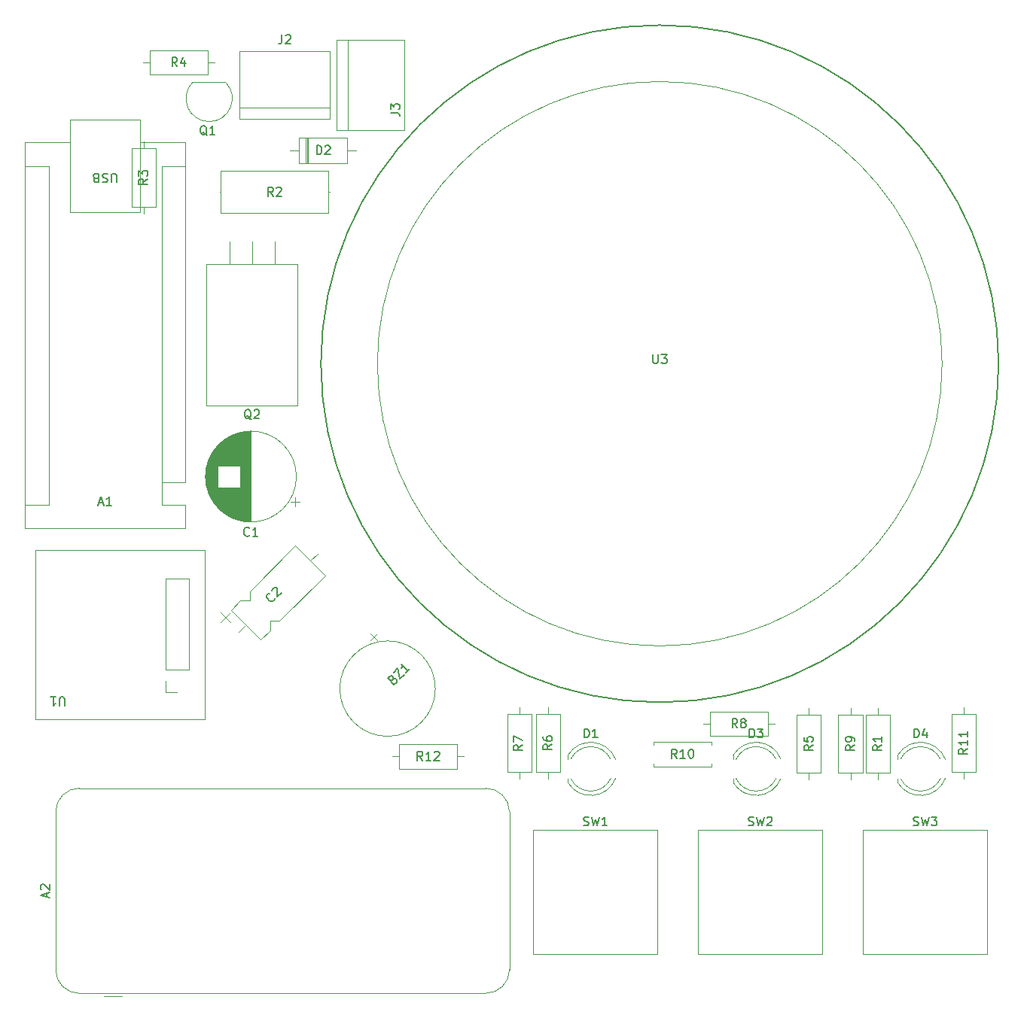
<source format=gbr>
%TF.GenerationSoftware,KiCad,Pcbnew,6.0.11+dfsg-1*%
%TF.CreationDate,2024-06-02T11:43:18-07:00*%
%TF.ProjectId,clock,636c6f63-6b2e-46b6-9963-61645f706362,rev?*%
%TF.SameCoordinates,Original*%
%TF.FileFunction,Legend,Top*%
%TF.FilePolarity,Positive*%
%FSLAX46Y46*%
G04 Gerber Fmt 4.6, Leading zero omitted, Abs format (unit mm)*
G04 Created by KiCad (PCBNEW 6.0.11+dfsg-1) date 2024-06-02 11:43:18*
%MOMM*%
%LPD*%
G01*
G04 APERTURE LIST*
%ADD10C,0.200000*%
%ADD11C,0.150000*%
%ADD12C,0.120000*%
%ADD13C,0.050000*%
G04 APERTURE END LIST*
D10*
X162052000Y-64135000D02*
G75*
G03*
X162052000Y-64135000I-38100000J0D01*
G01*
D11*
%TO.C,A1*%
X60870714Y-79795666D02*
X61346904Y-79795666D01*
X60775476Y-80081380D02*
X61108809Y-79081380D01*
X61442142Y-80081380D01*
X62299285Y-80081380D02*
X61727857Y-80081380D01*
X62013571Y-80081380D02*
X62013571Y-79081380D01*
X61918333Y-79224238D01*
X61823095Y-79319476D01*
X61727857Y-79367095D01*
X62846904Y-43727619D02*
X62846904Y-42918095D01*
X62799285Y-42822857D01*
X62751666Y-42775238D01*
X62656428Y-42727619D01*
X62465952Y-42727619D01*
X62370714Y-42775238D01*
X62323095Y-42822857D01*
X62275476Y-42918095D01*
X62275476Y-43727619D01*
X61846904Y-42775238D02*
X61704047Y-42727619D01*
X61465952Y-42727619D01*
X61370714Y-42775238D01*
X61323095Y-42822857D01*
X61275476Y-42918095D01*
X61275476Y-43013333D01*
X61323095Y-43108571D01*
X61370714Y-43156190D01*
X61465952Y-43203809D01*
X61656428Y-43251428D01*
X61751666Y-43299047D01*
X61799285Y-43346666D01*
X61846904Y-43441904D01*
X61846904Y-43537142D01*
X61799285Y-43632380D01*
X61751666Y-43680000D01*
X61656428Y-43727619D01*
X61418333Y-43727619D01*
X61275476Y-43680000D01*
X60513571Y-43251428D02*
X60370714Y-43203809D01*
X60323095Y-43156190D01*
X60275476Y-43060952D01*
X60275476Y-42918095D01*
X60323095Y-42822857D01*
X60370714Y-42775238D01*
X60465952Y-42727619D01*
X60846904Y-42727619D01*
X60846904Y-43727619D01*
X60513571Y-43727619D01*
X60418333Y-43680000D01*
X60370714Y-43632380D01*
X60323095Y-43537142D01*
X60323095Y-43441904D01*
X60370714Y-43346666D01*
X60418333Y-43299047D01*
X60513571Y-43251428D01*
X60846904Y-43251428D01*
%TO.C,J2*%
X81454666Y-27125580D02*
X81454666Y-27839866D01*
X81407047Y-27982723D01*
X81311809Y-28077961D01*
X81168952Y-28125580D01*
X81073714Y-28125580D01*
X81883238Y-27220819D02*
X81930857Y-27173200D01*
X82026095Y-27125580D01*
X82264190Y-27125580D01*
X82359428Y-27173200D01*
X82407047Y-27220819D01*
X82454666Y-27316057D01*
X82454666Y-27411295D01*
X82407047Y-27554152D01*
X81835619Y-28125580D01*
X82454666Y-28125580D01*
%TO.C,R1*%
X148915380Y-107049866D02*
X148439190Y-107383200D01*
X148915380Y-107621295D02*
X147915380Y-107621295D01*
X147915380Y-107240342D01*
X147963000Y-107145104D01*
X148010619Y-107097485D01*
X148105857Y-107049866D01*
X148248714Y-107049866D01*
X148343952Y-107097485D01*
X148391571Y-107145104D01*
X148439190Y-107240342D01*
X148439190Y-107621295D01*
X148915380Y-106097485D02*
X148915380Y-106668914D01*
X148915380Y-106383200D02*
X147915380Y-106383200D01*
X148058238Y-106478438D01*
X148153476Y-106573676D01*
X148201095Y-106668914D01*
%TO.C,SW1*%
X115379666Y-116071061D02*
X115522523Y-116118680D01*
X115760619Y-116118680D01*
X115855857Y-116071061D01*
X115903476Y-116023442D01*
X115951095Y-115928204D01*
X115951095Y-115832966D01*
X115903476Y-115737728D01*
X115855857Y-115690109D01*
X115760619Y-115642490D01*
X115570142Y-115594871D01*
X115474904Y-115547252D01*
X115427285Y-115499633D01*
X115379666Y-115404395D01*
X115379666Y-115309157D01*
X115427285Y-115213919D01*
X115474904Y-115166300D01*
X115570142Y-115118680D01*
X115808238Y-115118680D01*
X115951095Y-115166300D01*
X116284428Y-115118680D02*
X116522523Y-116118680D01*
X116713000Y-115404395D01*
X116903476Y-116118680D01*
X117141571Y-115118680D01*
X118046333Y-116118680D02*
X117474904Y-116118680D01*
X117760619Y-116118680D02*
X117760619Y-115118680D01*
X117665380Y-115261538D01*
X117570142Y-115356776D01*
X117474904Y-115404395D01*
%TO.C,U3*%
X123190095Y-63087380D02*
X123190095Y-63896904D01*
X123237714Y-63992142D01*
X123285333Y-64039761D01*
X123380571Y-64087380D01*
X123571047Y-64087380D01*
X123666285Y-64039761D01*
X123713904Y-63992142D01*
X123761523Y-63896904D01*
X123761523Y-63087380D01*
X124142476Y-63087380D02*
X124761523Y-63087380D01*
X124428190Y-63468333D01*
X124571047Y-63468333D01*
X124666285Y-63515952D01*
X124713904Y-63563571D01*
X124761523Y-63658809D01*
X124761523Y-63896904D01*
X124713904Y-63992142D01*
X124666285Y-64039761D01*
X124571047Y-64087380D01*
X124285333Y-64087380D01*
X124190095Y-64039761D01*
X124142476Y-63992142D01*
%TO.C,R9*%
X145859880Y-107049866D02*
X145383690Y-107383200D01*
X145859880Y-107621295D02*
X144859880Y-107621295D01*
X144859880Y-107240342D01*
X144907500Y-107145104D01*
X144955119Y-107097485D01*
X145050357Y-107049866D01*
X145193214Y-107049866D01*
X145288452Y-107097485D01*
X145336071Y-107145104D01*
X145383690Y-107240342D01*
X145383690Y-107621295D01*
X145859880Y-106573676D02*
X145859880Y-106383200D01*
X145812261Y-106287961D01*
X145764642Y-106240342D01*
X145621785Y-106145104D01*
X145431309Y-106097485D01*
X145050357Y-106097485D01*
X144955119Y-106145104D01*
X144907500Y-106192723D01*
X144859880Y-106287961D01*
X144859880Y-106478438D01*
X144907500Y-106573676D01*
X144955119Y-106621295D01*
X145050357Y-106668914D01*
X145288452Y-106668914D01*
X145383690Y-106621295D01*
X145431309Y-106573676D01*
X145478928Y-106478438D01*
X145478928Y-106287961D01*
X145431309Y-106192723D01*
X145383690Y-106145104D01*
X145288452Y-106097485D01*
%TO.C,R6*%
X111831380Y-106973666D02*
X111355190Y-107307000D01*
X111831380Y-107545095D02*
X110831380Y-107545095D01*
X110831380Y-107164142D01*
X110879000Y-107068904D01*
X110926619Y-107021285D01*
X111021857Y-106973666D01*
X111164714Y-106973666D01*
X111259952Y-107021285D01*
X111307571Y-107068904D01*
X111355190Y-107164142D01*
X111355190Y-107545095D01*
X110831380Y-106116523D02*
X110831380Y-106307000D01*
X110879000Y-106402238D01*
X110926619Y-106449857D01*
X111069476Y-106545095D01*
X111259952Y-106592714D01*
X111640904Y-106592714D01*
X111736142Y-106545095D01*
X111783761Y-106497476D01*
X111831380Y-106402238D01*
X111831380Y-106211761D01*
X111783761Y-106116523D01*
X111736142Y-106068904D01*
X111640904Y-106021285D01*
X111402809Y-106021285D01*
X111307571Y-106068904D01*
X111259952Y-106116523D01*
X111212333Y-106211761D01*
X111212333Y-106402238D01*
X111259952Y-106497476D01*
X111307571Y-106545095D01*
X111402809Y-106592714D01*
%TO.C,U1*%
X57022904Y-102647619D02*
X57022904Y-101838095D01*
X56975285Y-101742857D01*
X56927666Y-101695238D01*
X56832428Y-101647619D01*
X56641952Y-101647619D01*
X56546714Y-101695238D01*
X56499095Y-101742857D01*
X56451476Y-101838095D01*
X56451476Y-102647619D01*
X55451476Y-101647619D02*
X56022904Y-101647619D01*
X55737190Y-101647619D02*
X55737190Y-102647619D01*
X55832428Y-102504761D01*
X55927666Y-102409523D01*
X56022904Y-102361904D01*
%TO.C,R3*%
X66365380Y-43346666D02*
X65889190Y-43680000D01*
X66365380Y-43918095D02*
X65365380Y-43918095D01*
X65365380Y-43537142D01*
X65413000Y-43441904D01*
X65460619Y-43394285D01*
X65555857Y-43346666D01*
X65698714Y-43346666D01*
X65793952Y-43394285D01*
X65841571Y-43441904D01*
X65889190Y-43537142D01*
X65889190Y-43918095D01*
X65365380Y-43013333D02*
X65365380Y-42394285D01*
X65746333Y-42727619D01*
X65746333Y-42584761D01*
X65793952Y-42489523D01*
X65841571Y-42441904D01*
X65936809Y-42394285D01*
X66174904Y-42394285D01*
X66270142Y-42441904D01*
X66317761Y-42489523D01*
X66365380Y-42584761D01*
X66365380Y-42870476D01*
X66317761Y-42965714D01*
X66270142Y-43013333D01*
%TO.C,R11*%
X158567380Y-107449857D02*
X158091190Y-107783190D01*
X158567380Y-108021285D02*
X157567380Y-108021285D01*
X157567380Y-107640333D01*
X157615000Y-107545095D01*
X157662619Y-107497476D01*
X157757857Y-107449857D01*
X157900714Y-107449857D01*
X157995952Y-107497476D01*
X158043571Y-107545095D01*
X158091190Y-107640333D01*
X158091190Y-108021285D01*
X158567380Y-106497476D02*
X158567380Y-107068904D01*
X158567380Y-106783190D02*
X157567380Y-106783190D01*
X157710238Y-106878428D01*
X157805476Y-106973666D01*
X157853095Y-107068904D01*
X158567380Y-105545095D02*
X158567380Y-106116523D01*
X158567380Y-105830809D02*
X157567380Y-105830809D01*
X157710238Y-105926047D01*
X157805476Y-106021285D01*
X157853095Y-106116523D01*
%TO.C,BZ1*%
X93941564Y-99632419D02*
X94076251Y-99565076D01*
X94143595Y-99565076D01*
X94244610Y-99598748D01*
X94345625Y-99699763D01*
X94379297Y-99800778D01*
X94379297Y-99868122D01*
X94345625Y-99969137D01*
X94076251Y-100238511D01*
X93369145Y-99531404D01*
X93604847Y-99295702D01*
X93705862Y-99262030D01*
X93773206Y-99262030D01*
X93874221Y-99295702D01*
X93941564Y-99363045D01*
X93975236Y-99464061D01*
X93975236Y-99531404D01*
X93941564Y-99632419D01*
X93705862Y-99868122D01*
X94008908Y-98891641D02*
X94480312Y-98420236D01*
X94716015Y-99598748D01*
X95187419Y-99127343D01*
X95827183Y-98487580D02*
X95423122Y-98891641D01*
X95625152Y-98689610D02*
X94918045Y-97982503D01*
X94951717Y-98150862D01*
X94951717Y-98285549D01*
X94918045Y-98386564D01*
%TO.C,J3*%
X93686380Y-35893333D02*
X94400666Y-35893333D01*
X94543523Y-35940952D01*
X94638761Y-36036190D01*
X94686380Y-36179047D01*
X94686380Y-36274285D01*
X93686380Y-35512380D02*
X93686380Y-34893333D01*
X94067333Y-35226666D01*
X94067333Y-35083809D01*
X94114952Y-34988571D01*
X94162571Y-34940952D01*
X94257809Y-34893333D01*
X94495904Y-34893333D01*
X94591142Y-34940952D01*
X94638761Y-34988571D01*
X94686380Y-35083809D01*
X94686380Y-35369523D01*
X94638761Y-35464761D01*
X94591142Y-35512380D01*
%TO.C,D2*%
X85367904Y-40584380D02*
X85367904Y-39584380D01*
X85606000Y-39584380D01*
X85748857Y-39632000D01*
X85844095Y-39727238D01*
X85891714Y-39822476D01*
X85939333Y-40012952D01*
X85939333Y-40155809D01*
X85891714Y-40346285D01*
X85844095Y-40441523D01*
X85748857Y-40536761D01*
X85606000Y-40584380D01*
X85367904Y-40584380D01*
X86320285Y-39679619D02*
X86367904Y-39632000D01*
X86463142Y-39584380D01*
X86701238Y-39584380D01*
X86796476Y-39632000D01*
X86844095Y-39679619D01*
X86891714Y-39774857D01*
X86891714Y-39870095D01*
X86844095Y-40012952D01*
X86272666Y-40584380D01*
X86891714Y-40584380D01*
%TO.C,R4*%
X69683333Y-30678380D02*
X69350000Y-30202190D01*
X69111904Y-30678380D02*
X69111904Y-29678380D01*
X69492857Y-29678380D01*
X69588095Y-29726000D01*
X69635714Y-29773619D01*
X69683333Y-29868857D01*
X69683333Y-30011714D01*
X69635714Y-30106952D01*
X69588095Y-30154571D01*
X69492857Y-30202190D01*
X69111904Y-30202190D01*
X70540476Y-30011714D02*
X70540476Y-30678380D01*
X70302380Y-29630761D02*
X70064285Y-30345047D01*
X70683333Y-30345047D01*
%TO.C,R2*%
X80478333Y-45283380D02*
X80145000Y-44807190D01*
X79906904Y-45283380D02*
X79906904Y-44283380D01*
X80287857Y-44283380D01*
X80383095Y-44331000D01*
X80430714Y-44378619D01*
X80478333Y-44473857D01*
X80478333Y-44616714D01*
X80430714Y-44711952D01*
X80383095Y-44759571D01*
X80287857Y-44807190D01*
X79906904Y-44807190D01*
X80859285Y-44378619D02*
X80906904Y-44331000D01*
X81002142Y-44283380D01*
X81240238Y-44283380D01*
X81335476Y-44331000D01*
X81383095Y-44378619D01*
X81430714Y-44473857D01*
X81430714Y-44569095D01*
X81383095Y-44711952D01*
X80811666Y-45283380D01*
X81430714Y-45283380D01*
%TO.C,D1*%
X115449404Y-106220380D02*
X115449404Y-105220380D01*
X115687500Y-105220380D01*
X115830357Y-105268000D01*
X115925595Y-105363238D01*
X115973214Y-105458476D01*
X116020833Y-105648952D01*
X116020833Y-105791809D01*
X115973214Y-105982285D01*
X115925595Y-106077523D01*
X115830357Y-106172761D01*
X115687500Y-106220380D01*
X115449404Y-106220380D01*
X116973214Y-106220380D02*
X116401785Y-106220380D01*
X116687500Y-106220380D02*
X116687500Y-105220380D01*
X116592261Y-105363238D01*
X116497023Y-105458476D01*
X116401785Y-105506095D01*
%TO.C,SW2*%
X133921666Y-116071061D02*
X134064523Y-116118680D01*
X134302619Y-116118680D01*
X134397857Y-116071061D01*
X134445476Y-116023442D01*
X134493095Y-115928204D01*
X134493095Y-115832966D01*
X134445476Y-115737728D01*
X134397857Y-115690109D01*
X134302619Y-115642490D01*
X134112142Y-115594871D01*
X134016904Y-115547252D01*
X133969285Y-115499633D01*
X133921666Y-115404395D01*
X133921666Y-115309157D01*
X133969285Y-115213919D01*
X134016904Y-115166300D01*
X134112142Y-115118680D01*
X134350238Y-115118680D01*
X134493095Y-115166300D01*
X134826428Y-115118680D02*
X135064523Y-116118680D01*
X135255000Y-115404395D01*
X135445476Y-116118680D01*
X135683571Y-115118680D01*
X136016904Y-115213919D02*
X136064523Y-115166300D01*
X136159761Y-115118680D01*
X136397857Y-115118680D01*
X136493095Y-115166300D01*
X136540714Y-115213919D01*
X136588333Y-115309157D01*
X136588333Y-115404395D01*
X136540714Y-115547252D01*
X135969285Y-116118680D01*
X136588333Y-116118680D01*
%TO.C,Q2*%
X78009761Y-70403619D02*
X77914523Y-70356000D01*
X77819285Y-70260761D01*
X77676428Y-70117904D01*
X77581190Y-70070285D01*
X77485952Y-70070285D01*
X77533571Y-70308380D02*
X77438333Y-70260761D01*
X77343095Y-70165523D01*
X77295476Y-69975047D01*
X77295476Y-69641714D01*
X77343095Y-69451238D01*
X77438333Y-69356000D01*
X77533571Y-69308380D01*
X77724047Y-69308380D01*
X77819285Y-69356000D01*
X77914523Y-69451238D01*
X77962142Y-69641714D01*
X77962142Y-69975047D01*
X77914523Y-70165523D01*
X77819285Y-70260761D01*
X77724047Y-70308380D01*
X77533571Y-70308380D01*
X78343095Y-69403619D02*
X78390714Y-69356000D01*
X78485952Y-69308380D01*
X78724047Y-69308380D01*
X78819285Y-69356000D01*
X78866904Y-69403619D01*
X78914523Y-69498857D01*
X78914523Y-69594095D01*
X78866904Y-69736952D01*
X78295476Y-70308380D01*
X78914523Y-70308380D01*
%TO.C,Q1*%
X73020616Y-38451338D02*
X72925378Y-38403719D01*
X72830140Y-38308480D01*
X72687283Y-38165623D01*
X72592045Y-38118004D01*
X72496807Y-38118004D01*
X72544426Y-38356099D02*
X72449188Y-38308480D01*
X72353950Y-38213242D01*
X72306331Y-38022766D01*
X72306331Y-37689433D01*
X72353950Y-37498957D01*
X72449188Y-37403719D01*
X72544426Y-37356099D01*
X72734902Y-37356099D01*
X72830140Y-37403719D01*
X72925378Y-37498957D01*
X72972997Y-37689433D01*
X72972997Y-38022766D01*
X72925378Y-38213242D01*
X72830140Y-38308480D01*
X72734902Y-38356099D01*
X72544426Y-38356099D01*
X73925378Y-38356099D02*
X73353950Y-38356099D01*
X73639664Y-38356099D02*
X73639664Y-37356099D01*
X73544426Y-37498957D01*
X73449188Y-37594195D01*
X73353950Y-37641814D01*
%TO.C,D3*%
X134042204Y-106220380D02*
X134042204Y-105220380D01*
X134280300Y-105220380D01*
X134423157Y-105268000D01*
X134518395Y-105363238D01*
X134566014Y-105458476D01*
X134613633Y-105648952D01*
X134613633Y-105791809D01*
X134566014Y-105982285D01*
X134518395Y-106077523D01*
X134423157Y-106172761D01*
X134280300Y-106220380D01*
X134042204Y-106220380D01*
X134946966Y-105220380D02*
X135566014Y-105220380D01*
X135232680Y-105601333D01*
X135375538Y-105601333D01*
X135470776Y-105648952D01*
X135518395Y-105696571D01*
X135566014Y-105791809D01*
X135566014Y-106029904D01*
X135518395Y-106125142D01*
X135470776Y-106172761D01*
X135375538Y-106220380D01*
X135089823Y-106220380D01*
X134994585Y-106172761D01*
X134946966Y-106125142D01*
%TO.C,A2*%
X55030666Y-124158285D02*
X55030666Y-123682095D01*
X55316380Y-124253523D02*
X54316380Y-123920190D01*
X55316380Y-123586857D01*
X54411619Y-123301142D02*
X54364000Y-123253523D01*
X54316380Y-123158285D01*
X54316380Y-122920190D01*
X54364000Y-122824952D01*
X54411619Y-122777333D01*
X54506857Y-122729714D01*
X54602095Y-122729714D01*
X54744952Y-122777333D01*
X55316380Y-123348761D01*
X55316380Y-122729714D01*
%TO.C,C2*%
X80652687Y-90540389D02*
X80652687Y-90607732D01*
X80585343Y-90742419D01*
X80518000Y-90809763D01*
X80383312Y-90877106D01*
X80248625Y-90877106D01*
X80147610Y-90843435D01*
X79979251Y-90742419D01*
X79878236Y-90641404D01*
X79777221Y-90473045D01*
X79743549Y-90372030D01*
X79743549Y-90237343D01*
X79810893Y-90102656D01*
X79878236Y-90035312D01*
X80012923Y-89967969D01*
X80080267Y-89967969D01*
X80349641Y-89698595D02*
X80349641Y-89631251D01*
X80383312Y-89530236D01*
X80551671Y-89361877D01*
X80652687Y-89328206D01*
X80720030Y-89328206D01*
X80821045Y-89361877D01*
X80888389Y-89429221D01*
X80955732Y-89563908D01*
X80955732Y-90372030D01*
X81393465Y-89934297D01*
%TO.C,D4*%
X152533404Y-106220380D02*
X152533404Y-105220380D01*
X152771500Y-105220380D01*
X152914357Y-105268000D01*
X153009595Y-105363238D01*
X153057214Y-105458476D01*
X153104833Y-105648952D01*
X153104833Y-105791809D01*
X153057214Y-105982285D01*
X153009595Y-106077523D01*
X152914357Y-106172761D01*
X152771500Y-106220380D01*
X152533404Y-106220380D01*
X153961976Y-105553714D02*
X153961976Y-106220380D01*
X153723880Y-105172761D02*
X153485785Y-105887047D01*
X154104833Y-105887047D01*
%TO.C,R5*%
X141168380Y-107049866D02*
X140692190Y-107383200D01*
X141168380Y-107621295D02*
X140168380Y-107621295D01*
X140168380Y-107240342D01*
X140216000Y-107145104D01*
X140263619Y-107097485D01*
X140358857Y-107049866D01*
X140501714Y-107049866D01*
X140596952Y-107097485D01*
X140644571Y-107145104D01*
X140692190Y-107240342D01*
X140692190Y-107621295D01*
X140168380Y-106145104D02*
X140168380Y-106621295D01*
X140644571Y-106668914D01*
X140596952Y-106621295D01*
X140549333Y-106526057D01*
X140549333Y-106287961D01*
X140596952Y-106192723D01*
X140644571Y-106145104D01*
X140739809Y-106097485D01*
X140977904Y-106097485D01*
X141073142Y-106145104D01*
X141120761Y-106192723D01*
X141168380Y-106287961D01*
X141168380Y-106526057D01*
X141120761Y-106621295D01*
X141073142Y-106668914D01*
%TO.C,C1*%
X77806010Y-83442142D02*
X77758391Y-83489761D01*
X77615534Y-83537380D01*
X77520296Y-83537380D01*
X77377438Y-83489761D01*
X77282200Y-83394523D01*
X77234581Y-83299285D01*
X77186962Y-83108809D01*
X77186962Y-82965952D01*
X77234581Y-82775476D01*
X77282200Y-82680238D01*
X77377438Y-82585000D01*
X77520296Y-82537380D01*
X77615534Y-82537380D01*
X77758391Y-82585000D01*
X77806010Y-82632619D01*
X78758391Y-83537380D02*
X78186962Y-83537380D01*
X78472677Y-83537380D02*
X78472677Y-82537380D01*
X78377438Y-82680238D01*
X78282200Y-82775476D01*
X78186962Y-82823095D01*
%TO.C,R10*%
X125849142Y-108529380D02*
X125515809Y-108053190D01*
X125277714Y-108529380D02*
X125277714Y-107529380D01*
X125658666Y-107529380D01*
X125753904Y-107577000D01*
X125801523Y-107624619D01*
X125849142Y-107719857D01*
X125849142Y-107862714D01*
X125801523Y-107957952D01*
X125753904Y-108005571D01*
X125658666Y-108053190D01*
X125277714Y-108053190D01*
X126801523Y-108529380D02*
X126230095Y-108529380D01*
X126515809Y-108529380D02*
X126515809Y-107529380D01*
X126420571Y-107672238D01*
X126325333Y-107767476D01*
X126230095Y-107815095D01*
X127420571Y-107529380D02*
X127515809Y-107529380D01*
X127611047Y-107577000D01*
X127658666Y-107624619D01*
X127706285Y-107719857D01*
X127753904Y-107910333D01*
X127753904Y-108148428D01*
X127706285Y-108338904D01*
X127658666Y-108434142D01*
X127611047Y-108481761D01*
X127515809Y-108529380D01*
X127420571Y-108529380D01*
X127325333Y-108481761D01*
X127277714Y-108434142D01*
X127230095Y-108338904D01*
X127182476Y-108148428D01*
X127182476Y-107910333D01*
X127230095Y-107719857D01*
X127277714Y-107624619D01*
X127325333Y-107577000D01*
X127420571Y-107529380D01*
%TO.C,R8*%
X132675333Y-105100380D02*
X132342000Y-104624190D01*
X132103904Y-105100380D02*
X132103904Y-104100380D01*
X132484857Y-104100380D01*
X132580095Y-104148000D01*
X132627714Y-104195619D01*
X132675333Y-104290857D01*
X132675333Y-104433714D01*
X132627714Y-104528952D01*
X132580095Y-104576571D01*
X132484857Y-104624190D01*
X132103904Y-104624190D01*
X133246761Y-104528952D02*
X133151523Y-104481333D01*
X133103904Y-104433714D01*
X133056285Y-104338476D01*
X133056285Y-104290857D01*
X133103904Y-104195619D01*
X133151523Y-104148000D01*
X133246761Y-104100380D01*
X133437238Y-104100380D01*
X133532476Y-104148000D01*
X133580095Y-104195619D01*
X133627714Y-104290857D01*
X133627714Y-104338476D01*
X133580095Y-104433714D01*
X133532476Y-104481333D01*
X133437238Y-104528952D01*
X133246761Y-104528952D01*
X133151523Y-104576571D01*
X133103904Y-104624190D01*
X133056285Y-104719428D01*
X133056285Y-104909904D01*
X133103904Y-105005142D01*
X133151523Y-105052761D01*
X133246761Y-105100380D01*
X133437238Y-105100380D01*
X133532476Y-105052761D01*
X133580095Y-105005142D01*
X133627714Y-104909904D01*
X133627714Y-104719428D01*
X133580095Y-104624190D01*
X133532476Y-104576571D01*
X133437238Y-104528952D01*
%TO.C,R12*%
X97274142Y-108783380D02*
X96940809Y-108307190D01*
X96702714Y-108783380D02*
X96702714Y-107783380D01*
X97083666Y-107783380D01*
X97178904Y-107831000D01*
X97226523Y-107878619D01*
X97274142Y-107973857D01*
X97274142Y-108116714D01*
X97226523Y-108211952D01*
X97178904Y-108259571D01*
X97083666Y-108307190D01*
X96702714Y-108307190D01*
X98226523Y-108783380D02*
X97655095Y-108783380D01*
X97940809Y-108783380D02*
X97940809Y-107783380D01*
X97845571Y-107926238D01*
X97750333Y-108021476D01*
X97655095Y-108069095D01*
X98607476Y-107878619D02*
X98655095Y-107831000D01*
X98750333Y-107783380D01*
X98988428Y-107783380D01*
X99083666Y-107831000D01*
X99131285Y-107878619D01*
X99178904Y-107973857D01*
X99178904Y-108069095D01*
X99131285Y-108211952D01*
X98559857Y-108783380D01*
X99178904Y-108783380D01*
%TO.C,SW3*%
X152463666Y-116071061D02*
X152606523Y-116118680D01*
X152844619Y-116118680D01*
X152939857Y-116071061D01*
X152987476Y-116023442D01*
X153035095Y-115928204D01*
X153035095Y-115832966D01*
X152987476Y-115737728D01*
X152939857Y-115690109D01*
X152844619Y-115642490D01*
X152654142Y-115594871D01*
X152558904Y-115547252D01*
X152511285Y-115499633D01*
X152463666Y-115404395D01*
X152463666Y-115309157D01*
X152511285Y-115213919D01*
X152558904Y-115166300D01*
X152654142Y-115118680D01*
X152892238Y-115118680D01*
X153035095Y-115166300D01*
X153368428Y-115118680D02*
X153606523Y-116118680D01*
X153797000Y-115404395D01*
X153987476Y-116118680D01*
X154225571Y-115118680D01*
X154511285Y-115118680D02*
X155130333Y-115118680D01*
X154797000Y-115499633D01*
X154939857Y-115499633D01*
X155035095Y-115547252D01*
X155082714Y-115594871D01*
X155130333Y-115690109D01*
X155130333Y-115928204D01*
X155082714Y-116023442D01*
X155035095Y-116071061D01*
X154939857Y-116118680D01*
X154654142Y-116118680D01*
X154558904Y-116071061D01*
X154511285Y-116023442D01*
%TO.C,R7*%
X108496480Y-107049866D02*
X108020290Y-107383200D01*
X108496480Y-107621295D02*
X107496480Y-107621295D01*
X107496480Y-107240342D01*
X107544100Y-107145104D01*
X107591719Y-107097485D01*
X107686957Y-107049866D01*
X107829814Y-107049866D01*
X107925052Y-107097485D01*
X107972671Y-107145104D01*
X108020290Y-107240342D01*
X108020290Y-107621295D01*
X107496480Y-106716533D02*
X107496480Y-106049866D01*
X108496480Y-106478438D01*
D12*
%TO.C,A1*%
X65525000Y-36700000D02*
X65525000Y-47120000D01*
X67935000Y-41910000D02*
X70605000Y-41910000D01*
X67935000Y-77470000D02*
X67935000Y-41910000D01*
X57645000Y-47120000D02*
X57645000Y-36700000D01*
X65525000Y-47120000D02*
X57645000Y-47120000D01*
X52565000Y-39240000D02*
X57645000Y-39240000D01*
X55235000Y-80010000D02*
X55235000Y-41910000D01*
X55235000Y-80010000D02*
X52565000Y-80010000D01*
X52565000Y-82680000D02*
X70605000Y-82680000D01*
X57645000Y-36700000D02*
X65525000Y-36700000D01*
X52565000Y-39240000D02*
X52565000Y-82680000D01*
X70605000Y-77470000D02*
X70605000Y-39240000D01*
X70605000Y-82680000D02*
X70605000Y-80010000D01*
X67935000Y-77470000D02*
X67935000Y-80010000D01*
X67935000Y-80010000D02*
X70605000Y-80010000D01*
X55235000Y-41910000D02*
X52565000Y-41910000D01*
X67935000Y-77470000D02*
X70605000Y-77470000D01*
X70605000Y-39240000D02*
X65525000Y-39240000D01*
%TO.C,J2*%
X76708000Y-28943200D02*
X76708000Y-36563200D01*
X86868000Y-36563200D02*
X86868000Y-28943200D01*
X86868000Y-35293200D02*
X76708000Y-35293200D01*
X76708000Y-36563200D02*
X86868000Y-36563200D01*
X86868000Y-28943200D02*
X76708000Y-28943200D01*
%TO.C,R1*%
X149833000Y-103613200D02*
X147093000Y-103613200D01*
X149833000Y-110153200D02*
X149833000Y-103613200D01*
X147093000Y-110153200D02*
X149833000Y-110153200D01*
X148463000Y-110923200D02*
X148463000Y-110153200D01*
X148463000Y-102843200D02*
X148463000Y-103613200D01*
X147093000Y-103613200D02*
X147093000Y-110153200D01*
%TO.C,SW1*%
X123698000Y-130525300D02*
X109728000Y-130525300D01*
X123698000Y-116555300D02*
X123698000Y-130525300D01*
X109728000Y-130525300D02*
X109728000Y-116555300D01*
X109728000Y-116555300D02*
X123698000Y-116555300D01*
%TO.C,U3*%
X155702000Y-64135000D02*
G75*
G03*
X155702000Y-64135000I-31750000J0D01*
G01*
%TO.C,R9*%
X146777500Y-103613200D02*
X144037500Y-103613200D01*
X144037500Y-110153200D02*
X146777500Y-110153200D01*
X146777500Y-110153200D02*
X146777500Y-103613200D01*
X145407500Y-102843200D02*
X145407500Y-103613200D01*
X145407500Y-110923200D02*
X145407500Y-110153200D01*
X144037500Y-103613200D02*
X144037500Y-110153200D01*
%TO.C,R6*%
X112749000Y-110077000D02*
X112749000Y-103537000D01*
X110009000Y-110077000D02*
X112749000Y-110077000D01*
X110009000Y-103537000D02*
X110009000Y-110077000D01*
X112749000Y-103537000D02*
X110009000Y-103537000D01*
X111379000Y-102767000D02*
X111379000Y-103537000D01*
X111379000Y-110847000D02*
X111379000Y-110077000D01*
%TO.C,U1*%
X71031000Y-88310000D02*
X68371000Y-88310000D01*
X69701000Y-101130000D02*
X68371000Y-101130000D01*
X68371000Y-98530000D02*
X68371000Y-88310000D01*
X71031000Y-98530000D02*
X68371000Y-98530000D01*
X71031000Y-98530000D02*
X71031000Y-88310000D01*
X68371000Y-101130000D02*
X68371000Y-99800000D01*
D13*
X72771000Y-104140000D02*
X53721000Y-104140000D01*
X53721000Y-104140000D02*
X53721000Y-85090000D01*
X53721000Y-85090000D02*
X72771000Y-85090000D01*
X72771000Y-85090000D02*
X72771000Y-104140000D01*
D12*
%TO.C,R3*%
X65913000Y-39140000D02*
X65913000Y-39910000D01*
X64543000Y-46450000D02*
X67283000Y-46450000D01*
X64543000Y-39910000D02*
X64543000Y-46450000D01*
X67283000Y-39910000D02*
X64543000Y-39910000D01*
X65913000Y-47220000D02*
X65913000Y-46450000D01*
X67283000Y-46450000D02*
X67283000Y-39910000D01*
%TO.C,R11*%
X156745000Y-110077000D02*
X159485000Y-110077000D01*
X159485000Y-103537000D02*
X156745000Y-103537000D01*
X158115000Y-110847000D02*
X158115000Y-110077000D01*
X159485000Y-110077000D02*
X159485000Y-103537000D01*
X158115000Y-102767000D02*
X158115000Y-103537000D01*
X156745000Y-103537000D02*
X156745000Y-110077000D01*
%TO.C,BZ1*%
X91413090Y-94499618D02*
X92155552Y-95242080D01*
X92155552Y-94499618D02*
X91413090Y-95242080D01*
X98714999Y-100695382D02*
G75*
G03*
X98714999Y-100695382I-5369999J0D01*
G01*
%TO.C,J3*%
X95250000Y-27686000D02*
X87630000Y-27686000D01*
X88900000Y-37846000D02*
X88900000Y-27686000D01*
X87630000Y-27686000D02*
X87630000Y-37846000D01*
X95250000Y-37846000D02*
X95250000Y-27686000D01*
X87630000Y-37846000D02*
X95250000Y-37846000D01*
%TO.C,D2*%
X83386000Y-38662000D02*
X83386000Y-41602000D01*
X82366000Y-40132000D02*
X83386000Y-40132000D01*
X84166000Y-38662000D02*
X84166000Y-41602000D01*
X88826000Y-41602000D02*
X88826000Y-38662000D01*
X88826000Y-38662000D02*
X83386000Y-38662000D01*
X83386000Y-41602000D02*
X88826000Y-41602000D01*
X89846000Y-40132000D02*
X88826000Y-40132000D01*
X84406000Y-38662000D02*
X84406000Y-41602000D01*
X84286000Y-38662000D02*
X84286000Y-41602000D01*
%TO.C,R4*%
X65810000Y-30226000D02*
X66580000Y-30226000D01*
X73120000Y-31596000D02*
X73120000Y-28856000D01*
X73120000Y-28856000D02*
X66580000Y-28856000D01*
X73890000Y-30226000D02*
X73120000Y-30226000D01*
X66580000Y-28856000D02*
X66580000Y-31596000D01*
X66580000Y-31596000D02*
X73120000Y-31596000D01*
%TO.C,R2*%
X86715000Y-47201000D02*
X86715000Y-42461000D01*
X86825000Y-44831000D02*
X86715000Y-44831000D01*
X86715000Y-42461000D02*
X74575000Y-42461000D01*
X74465000Y-44831000D02*
X74575000Y-44831000D01*
X74575000Y-47201000D02*
X86715000Y-47201000D01*
X74575000Y-42461000D02*
X74575000Y-47201000D01*
%TO.C,D1*%
X113627500Y-110808000D02*
X113627500Y-111273000D01*
X113627500Y-108183000D02*
X113627500Y-108648000D01*
X113627500Y-111272830D02*
G75*
G03*
X118975315Y-110808827I2560000J1544830D01*
G01*
X118975315Y-108647173D02*
G75*
G03*
X113627500Y-108183170I-2787815J-1080827D01*
G01*
X113932816Y-110808000D02*
G75*
G03*
X118441979Y-110808429I2254684J1080000D01*
G01*
X118441979Y-108647571D02*
G75*
G03*
X113932816Y-108648000I-2254479J-1080429D01*
G01*
%TO.C,SW2*%
X128270000Y-116555300D02*
X142240000Y-116555300D01*
X128270000Y-130525300D02*
X128270000Y-116555300D01*
X142240000Y-130525300D02*
X128270000Y-130525300D01*
X142240000Y-116555300D02*
X142240000Y-130525300D01*
%TO.C,Q2*%
X83225000Y-68856000D02*
X83225000Y-52966000D01*
X72985000Y-68856000D02*
X72985000Y-52966000D01*
X83225000Y-68856000D02*
X72985000Y-68856000D01*
X80645000Y-52966000D02*
X80645000Y-50426000D01*
X83225000Y-52966000D02*
X72985000Y-52966000D01*
X75565000Y-52966000D02*
X75565000Y-50426000D01*
X78105000Y-52966000D02*
X78105000Y-50426000D01*
%TO.C,Q1*%
X75079000Y-32440000D02*
X71479000Y-32440000D01*
X71440522Y-32451522D02*
G75*
G03*
X73279000Y-36890000I1838478J-1838478D01*
G01*
X73279000Y-36890001D02*
G75*
G03*
X75117478Y-32451522I0J2600001D01*
G01*
%TO.C,D3*%
X132220300Y-110808000D02*
X132220300Y-111273000D01*
X132220300Y-108183000D02*
X132220300Y-108648000D01*
X137568115Y-108647173D02*
G75*
G03*
X132220300Y-108183170I-2787815J-1080827D01*
G01*
X137034779Y-108647571D02*
G75*
G03*
X132525616Y-108648000I-2254479J-1080429D01*
G01*
X132220300Y-111272830D02*
G75*
G03*
X137568115Y-110808827I2560000J1544830D01*
G01*
X132525616Y-110808000D02*
G75*
G03*
X137034779Y-110808429I2254684J1080000D01*
G01*
%TO.C,A2*%
X63484000Y-135304000D02*
X61484000Y-135304000D01*
X107044000Y-114554000D02*
X107044000Y-132334000D01*
X58674000Y-111904000D02*
X104394000Y-111904000D01*
X58674000Y-134984000D02*
X104394000Y-134984000D01*
X56024000Y-114554000D02*
X56024000Y-132334000D01*
X104394000Y-134984000D02*
G75*
G03*
X107044000Y-132334000I0J2650000D01*
G01*
X56024000Y-132334000D02*
G75*
G03*
X58674000Y-134984000I2650000J0D01*
G01*
X107044000Y-114554000D02*
G75*
G03*
X104394000Y-111904000I-2650000J0D01*
G01*
X58674000Y-111904000D02*
G75*
G03*
X56024000Y-114554000I0J-2650000D01*
G01*
%TO.C,C2*%
X77851090Y-89739223D02*
X82970544Y-84619770D01*
X80142116Y-94151570D02*
X80142116Y-93090910D01*
X76599511Y-94342489D02*
X77405613Y-93536387D01*
X76790430Y-90799884D02*
X77851090Y-90799884D01*
X85452488Y-85489512D02*
X84646387Y-86295613D01*
X82970544Y-84619770D02*
X86322230Y-87971456D01*
X77851090Y-90799884D02*
X77851090Y-89739223D01*
X74612541Y-92157529D02*
X75673202Y-93218189D01*
X80142116Y-93090910D02*
X81202777Y-93090910D01*
X81202777Y-93090910D02*
X86322230Y-87971456D01*
X75729770Y-91860544D02*
X79081456Y-95212230D01*
X79081456Y-95212230D02*
X80142116Y-94151570D01*
X75729770Y-91860544D02*
X76790430Y-90799884D01*
X74612541Y-93218189D02*
X75673202Y-92157529D01*
%TO.C,D4*%
X150711500Y-110808000D02*
X150711500Y-111273000D01*
X150711500Y-108183000D02*
X150711500Y-108648000D01*
X150711500Y-111272830D02*
G75*
G03*
X156059315Y-110808827I2560000J1544830D01*
G01*
X151016816Y-110808000D02*
G75*
G03*
X155525979Y-110808429I2254684J1080000D01*
G01*
X155525979Y-108647571D02*
G75*
G03*
X151016816Y-108648000I-2254479J-1080429D01*
G01*
X156059315Y-108647173D02*
G75*
G03*
X150711500Y-108183170I-2787815J-1080827D01*
G01*
%TO.C,R5*%
X139346000Y-103613200D02*
X139346000Y-110153200D01*
X140716000Y-110923200D02*
X140716000Y-110153200D01*
X139346000Y-110153200D02*
X142086000Y-110153200D01*
X142086000Y-103613200D02*
X139346000Y-103613200D01*
X140716000Y-102843200D02*
X140716000Y-103613200D01*
X142086000Y-110153200D02*
X142086000Y-103613200D01*
%TO.C,C1*%
X75251677Y-75594000D02*
X75251677Y-72537000D01*
X76211677Y-81603000D02*
X76211677Y-78076000D01*
X73451677Y-79200000D02*
X73451677Y-74470000D01*
X75411677Y-75594000D02*
X75411677Y-72440000D01*
X73331677Y-78960000D02*
X73331677Y-74710000D01*
X76211677Y-75594000D02*
X76211677Y-72067000D01*
X74891677Y-75594000D02*
X74891677Y-72785000D01*
X73811677Y-79780000D02*
X73811677Y-73890000D01*
X75011677Y-80973000D02*
X75011677Y-78076000D01*
X72891677Y-77434000D02*
X72891677Y-76236000D01*
X76931677Y-81809000D02*
X76931677Y-71861000D01*
X74651677Y-80693000D02*
X74651677Y-78076000D01*
X73851677Y-79835000D02*
X73851677Y-73835000D01*
X75571677Y-75594000D02*
X75571677Y-72352000D01*
X75091677Y-81029000D02*
X75091677Y-78076000D01*
X76131677Y-81573000D02*
X76131677Y-78076000D01*
X73411677Y-79124000D02*
X73411677Y-74546000D01*
X76091677Y-75594000D02*
X76091677Y-72112000D01*
X75491677Y-81275000D02*
X75491677Y-78076000D01*
X73891677Y-79889000D02*
X73891677Y-73781000D01*
X74971677Y-75594000D02*
X74971677Y-72725000D01*
X75171677Y-81082000D02*
X75171677Y-78076000D01*
X76571677Y-75594000D02*
X76571677Y-71950000D01*
X75651677Y-81360000D02*
X75651677Y-78076000D01*
X74051677Y-80089000D02*
X74051677Y-73581000D01*
X76291677Y-75594000D02*
X76291677Y-72038000D01*
X77572677Y-81900000D02*
X77572677Y-71770000D01*
X75411677Y-81230000D02*
X75411677Y-78076000D01*
X75651677Y-75594000D02*
X75651677Y-72310000D01*
X75131677Y-75594000D02*
X75131677Y-72614000D01*
X74731677Y-75594000D02*
X74731677Y-72910000D01*
X74011677Y-80041000D02*
X74011677Y-73629000D01*
X76971677Y-81817000D02*
X76971677Y-71853000D01*
X76771677Y-81773000D02*
X76771677Y-71897000D01*
X76051677Y-75594000D02*
X76051677Y-72128000D01*
X74731677Y-80760000D02*
X74731677Y-78076000D01*
X75611677Y-81339000D02*
X75611677Y-78076000D01*
X74611677Y-75594000D02*
X74611677Y-73011000D01*
X74491677Y-80551000D02*
X74491677Y-78076000D01*
X77051677Y-81832000D02*
X77051677Y-71838000D01*
X76371677Y-81659000D02*
X76371677Y-78076000D01*
X75531677Y-75594000D02*
X75531677Y-72373000D01*
X76051677Y-81542000D02*
X76051677Y-78076000D01*
X82952323Y-80210000D02*
X82952323Y-79210000D01*
X75691677Y-81380000D02*
X75691677Y-78076000D01*
X75091677Y-75594000D02*
X75091677Y-72641000D01*
X74811677Y-80824000D02*
X74811677Y-78076000D01*
X77091677Y-81839000D02*
X77091677Y-71831000D01*
X74691677Y-75594000D02*
X74691677Y-72943000D01*
X75811677Y-75594000D02*
X75811677Y-72232000D01*
X73531677Y-79345000D02*
X73531677Y-74325000D01*
X73131677Y-78465000D02*
X73131677Y-75205000D01*
X74771677Y-75594000D02*
X74771677Y-72878000D01*
X75451677Y-75594000D02*
X75451677Y-72418000D01*
X74571677Y-80624000D02*
X74571677Y-78076000D01*
X75531677Y-81297000D02*
X75531677Y-78076000D01*
X75491677Y-75594000D02*
X75491677Y-72395000D01*
X77372677Y-81880000D02*
X77372677Y-71790000D01*
X75291677Y-81158000D02*
X75291677Y-78076000D01*
X74251677Y-80313000D02*
X74251677Y-78076000D01*
X76011677Y-81525000D02*
X76011677Y-78076000D01*
X76451677Y-81685000D02*
X76451677Y-78076000D01*
X76171677Y-81589000D02*
X76171677Y-78076000D01*
X75211677Y-81108000D02*
X75211677Y-78076000D01*
X76491677Y-81697000D02*
X76491677Y-78076000D01*
X77492677Y-81893000D02*
X77492677Y-71777000D01*
X76611677Y-81732000D02*
X76611677Y-78076000D01*
X73651677Y-79544000D02*
X73651677Y-74126000D01*
X77972677Y-81915000D02*
X77972677Y-71755000D01*
X74411677Y-75594000D02*
X74411677Y-73195000D01*
X77251677Y-81865000D02*
X77251677Y-71805000D01*
X77332677Y-81875000D02*
X77332677Y-71795000D01*
X74811677Y-75594000D02*
X74811677Y-72846000D01*
X74091677Y-80136000D02*
X74091677Y-73534000D01*
X76371677Y-75594000D02*
X76371677Y-72011000D01*
X76331677Y-81646000D02*
X76331677Y-78076000D01*
X75851677Y-75594000D02*
X75851677Y-72214000D01*
X77892677Y-81915000D02*
X77892677Y-71755000D01*
X74931677Y-75594000D02*
X74931677Y-72755000D01*
X74771677Y-80792000D02*
X74771677Y-78076000D01*
X74531677Y-75594000D02*
X74531677Y-73082000D01*
X75371677Y-81206000D02*
X75371677Y-78076000D01*
X75051677Y-75594000D02*
X75051677Y-72669000D01*
X75931677Y-75594000D02*
X75931677Y-72178000D01*
X75811677Y-81438000D02*
X75811677Y-78076000D01*
X76851677Y-81791000D02*
X76851677Y-71879000D01*
X76891677Y-81800000D02*
X76891677Y-71870000D01*
X77732677Y-81910000D02*
X77732677Y-71760000D01*
X72931677Y-77697000D02*
X72931677Y-75973000D01*
X75371677Y-75594000D02*
X75371677Y-72464000D01*
X73571677Y-79414000D02*
X73571677Y-74256000D01*
X76611677Y-75594000D02*
X76611677Y-71938000D01*
X75011677Y-75594000D02*
X75011677Y-72697000D01*
X75851677Y-81456000D02*
X75851677Y-78076000D01*
X77011677Y-81825000D02*
X77011677Y-71845000D01*
X76451677Y-75594000D02*
X76451677Y-71985000D01*
X75571677Y-81318000D02*
X75571677Y-78076000D01*
X73091677Y-78345000D02*
X73091677Y-75325000D01*
X76131677Y-75594000D02*
X76131677Y-72097000D01*
X74451677Y-75594000D02*
X74451677Y-73156000D01*
X76531677Y-81709000D02*
X76531677Y-78076000D01*
X75891677Y-75594000D02*
X75891677Y-72196000D01*
X74131677Y-80182000D02*
X74131677Y-73488000D01*
X74371677Y-75594000D02*
X74371677Y-73234000D01*
X75211677Y-75594000D02*
X75211677Y-72562000D01*
X76251677Y-75594000D02*
X76251677Y-72052000D01*
X74291677Y-80355000D02*
X74291677Y-78076000D01*
X75971677Y-75594000D02*
X75971677Y-72161000D01*
X73691677Y-79605000D02*
X73691677Y-74065000D01*
X76691677Y-81753000D02*
X76691677Y-78076000D01*
X75451677Y-81252000D02*
X75451677Y-78076000D01*
X75731677Y-75594000D02*
X75731677Y-72271000D01*
X75771677Y-75594000D02*
X75771677Y-72251000D01*
X74851677Y-75594000D02*
X74851677Y-72815000D01*
X76291677Y-81632000D02*
X76291677Y-78076000D01*
X77812677Y-81913000D02*
X77812677Y-71757000D01*
X76411677Y-75594000D02*
X76411677Y-71998000D01*
X77612677Y-81903000D02*
X77612677Y-71767000D01*
X76571677Y-81720000D02*
X76571677Y-78076000D01*
X73251677Y-78779000D02*
X73251677Y-74891000D01*
X73051677Y-78213000D02*
X73051677Y-75457000D01*
X73971677Y-79991000D02*
X73971677Y-73679000D01*
X74571677Y-75594000D02*
X74571677Y-73046000D01*
X83452323Y-79710000D02*
X82452323Y-79710000D01*
X77852677Y-81914000D02*
X77852677Y-71756000D01*
X77131677Y-81846000D02*
X77131677Y-71824000D01*
X75731677Y-81399000D02*
X75731677Y-78076000D01*
X74851677Y-80855000D02*
X74851677Y-78076000D01*
X76011677Y-75594000D02*
X76011677Y-72145000D01*
X74691677Y-80727000D02*
X74691677Y-78076000D01*
X77932677Y-81915000D02*
X77932677Y-71755000D01*
X75291677Y-75594000D02*
X75291677Y-72512000D01*
X77692677Y-81908000D02*
X77692677Y-71762000D01*
X74251677Y-75594000D02*
X74251677Y-73357000D01*
X75131677Y-81056000D02*
X75131677Y-78076000D01*
X74411677Y-80475000D02*
X74411677Y-78076000D01*
X75051677Y-81001000D02*
X75051677Y-78076000D01*
X74651677Y-75594000D02*
X74651677Y-72977000D01*
X73211677Y-78681000D02*
X73211677Y-74989000D01*
X73731677Y-79665000D02*
X73731677Y-74005000D01*
X77532677Y-81897000D02*
X77532677Y-71773000D01*
X77452677Y-81889000D02*
X77452677Y-71781000D01*
X77171677Y-81853000D02*
X77171677Y-71817000D01*
X76171677Y-75594000D02*
X76171677Y-72081000D01*
X77292677Y-81870000D02*
X77292677Y-71800000D01*
X75891677Y-81474000D02*
X75891677Y-78076000D01*
X76091677Y-81558000D02*
X76091677Y-78076000D01*
X75691677Y-75594000D02*
X75691677Y-72290000D01*
X75771677Y-81419000D02*
X75771677Y-78076000D01*
X75331677Y-75594000D02*
X75331677Y-72488000D01*
X75611677Y-75594000D02*
X75611677Y-72331000D01*
X77211677Y-81859000D02*
X77211677Y-71811000D01*
X76691677Y-75594000D02*
X76691677Y-71917000D01*
X74211677Y-80271000D02*
X74211677Y-73399000D01*
X76531677Y-75594000D02*
X76531677Y-71961000D01*
X74451677Y-80514000D02*
X74451677Y-78076000D01*
X75971677Y-81509000D02*
X75971677Y-78076000D01*
X73011677Y-78065000D02*
X73011677Y-75605000D01*
X73371677Y-79044000D02*
X73371677Y-74626000D01*
X73291677Y-78872000D02*
X73291677Y-74798000D01*
X76331677Y-75594000D02*
X76331677Y-72024000D01*
X74611677Y-80659000D02*
X74611677Y-78076000D01*
X76491677Y-75594000D02*
X76491677Y-71973000D01*
X76651677Y-81742000D02*
X76651677Y-78076000D01*
X74531677Y-80588000D02*
X74531677Y-78076000D01*
X76251677Y-81618000D02*
X76251677Y-78076000D01*
X76731677Y-81763000D02*
X76731677Y-71907000D01*
X74371677Y-80436000D02*
X74371677Y-78076000D01*
X73491677Y-79274000D02*
X73491677Y-74396000D01*
X73611677Y-79480000D02*
X73611677Y-74190000D01*
X74891677Y-80885000D02*
X74891677Y-78076000D01*
X73931677Y-79941000D02*
X73931677Y-73729000D01*
X75251677Y-81133000D02*
X75251677Y-78076000D01*
X72971677Y-77897000D02*
X72971677Y-75773000D01*
X74291677Y-75594000D02*
X74291677Y-73315000D01*
X77652677Y-81905000D02*
X77652677Y-71765000D01*
X74331677Y-80396000D02*
X74331677Y-78076000D01*
X77412677Y-81885000D02*
X77412677Y-71785000D01*
X74491677Y-75594000D02*
X74491677Y-73119000D01*
X75171677Y-75594000D02*
X75171677Y-72588000D01*
X74931677Y-80915000D02*
X74931677Y-78076000D01*
X76811677Y-81782000D02*
X76811677Y-71888000D01*
X75931677Y-81492000D02*
X75931677Y-78076000D01*
X76411677Y-81672000D02*
X76411677Y-78076000D01*
X73771677Y-79724000D02*
X73771677Y-73946000D01*
X74171677Y-80227000D02*
X74171677Y-73443000D01*
X76651677Y-75594000D02*
X76651677Y-71928000D01*
X74331677Y-75594000D02*
X74331677Y-73274000D01*
X74971677Y-80945000D02*
X74971677Y-78076000D01*
X75331677Y-81182000D02*
X75331677Y-78076000D01*
X77772677Y-81912000D02*
X77772677Y-71758000D01*
X73171677Y-78577000D02*
X73171677Y-75093000D01*
X83092677Y-76835000D02*
G75*
G03*
X83092677Y-76835000I-5120000J0D01*
G01*
%TO.C,R10*%
X129762000Y-107037000D02*
X129762000Y-106707000D01*
X123222000Y-109447000D02*
X123222000Y-109117000D01*
X129762000Y-109447000D02*
X123222000Y-109447000D01*
X129762000Y-109117000D02*
X129762000Y-109447000D01*
X129762000Y-106707000D02*
X123222000Y-106707000D01*
X123222000Y-106707000D02*
X123222000Y-107037000D01*
%TO.C,R8*%
X129572000Y-103278000D02*
X129572000Y-106018000D01*
X129572000Y-106018000D02*
X136112000Y-106018000D01*
X128802000Y-104648000D02*
X129572000Y-104648000D01*
X136112000Y-103278000D02*
X129572000Y-103278000D01*
X136882000Y-104648000D02*
X136112000Y-104648000D01*
X136112000Y-106018000D02*
X136112000Y-103278000D01*
%TO.C,R12*%
X101187000Y-106961000D02*
X94647000Y-106961000D01*
X93877000Y-108331000D02*
X94647000Y-108331000D01*
X94647000Y-109701000D02*
X101187000Y-109701000D01*
X101957000Y-108331000D02*
X101187000Y-108331000D01*
X94647000Y-106961000D02*
X94647000Y-109701000D01*
X101187000Y-109701000D02*
X101187000Y-106961000D01*
%TO.C,SW3*%
X146812000Y-116555300D02*
X160782000Y-116555300D01*
X160782000Y-116555300D02*
X160782000Y-130525300D01*
X146812000Y-130525300D02*
X146812000Y-116555300D01*
X160782000Y-130525300D02*
X146812000Y-130525300D01*
%TO.C,R7*%
X106826500Y-110102400D02*
X109566500Y-110102400D01*
X108196500Y-110872400D02*
X108196500Y-110102400D01*
X109566500Y-103562400D02*
X106826500Y-103562400D01*
X109566500Y-110102400D02*
X109566500Y-103562400D01*
X106826500Y-103562400D02*
X106826500Y-110102400D01*
X108196500Y-102792400D02*
X108196500Y-103562400D01*
%TD*%
M02*

</source>
